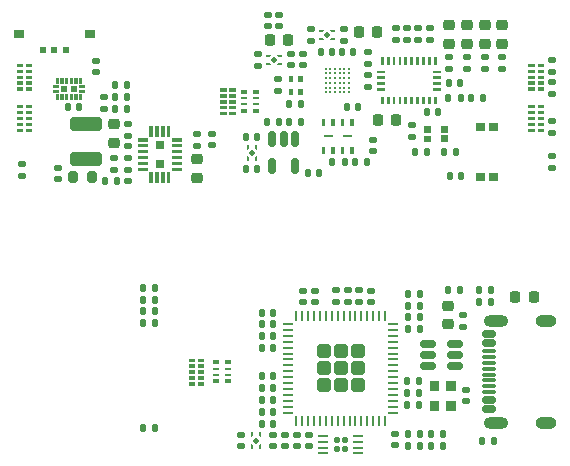
<source format=gbr>
%TF.GenerationSoftware,KiCad,Pcbnew,9.0.6*%
%TF.CreationDate,2025-12-28T23:39:18+01:00*%
%TF.ProjectId,Programmer_Sensor_Stencil,50726f67-7261-46d6-9d65-725f53656e73,rev?*%
%TF.SameCoordinates,Original*%
%TF.FileFunction,Paste,Top*%
%TF.FilePolarity,Positive*%
%FSLAX46Y46*%
G04 Gerber Fmt 4.6, Leading zero omitted, Abs format (unit mm)*
G04 Created by KiCad (PCBNEW 9.0.6) date 2025-12-28 23:39:18*
%MOMM*%
%LPD*%
G01*
G04 APERTURE LIST*
G04 Aperture macros list*
%AMRoundRect*
0 Rectangle with rounded corners*
0 $1 Rounding radius*
0 $2 $3 $4 $5 $6 $7 $8 $9 X,Y pos of 4 corners*
0 Add a 4 corners polygon primitive as box body*
4,1,4,$2,$3,$4,$5,$6,$7,$8,$9,$2,$3,0*
0 Add four circle primitives for the rounded corners*
1,1,$1+$1,$2,$3*
1,1,$1+$1,$4,$5*
1,1,$1+$1,$6,$7*
1,1,$1+$1,$8,$9*
0 Add four rect primitives between the rounded corners*
20,1,$1+$1,$2,$3,$4,$5,0*
20,1,$1+$1,$4,$5,$6,$7,0*
20,1,$1+$1,$6,$7,$8,$9,0*
20,1,$1+$1,$8,$9,$2,$3,0*%
%AMFreePoly0*
4,1,6,0.220000,-0.105000,-0.180000,-0.105000,-0.180000,-0.075000,0.000000,0.105000,0.220000,0.105000,0.220000,-0.105000,0.220000,-0.105000,$1*%
%AMFreePoly1*
4,1,6,0.220000,-0.105000,0.000000,-0.105000,-0.180000,0.075000,-0.180000,0.105000,0.220000,0.105000,0.220000,-0.105000,0.220000,-0.105000,$1*%
%AMFreePoly2*
4,1,6,0.180000,-0.075000,0.180000,-0.105000,-0.220000,-0.105000,-0.220000,0.105000,0.000000,0.105000,0.180000,-0.075000,0.180000,-0.075000,$1*%
%AMFreePoly3*
4,1,6,0.180000,0.075000,0.000000,-0.105000,-0.220000,-0.105000,-0.220000,0.105000,0.180000,0.105000,0.180000,0.075000,0.180000,0.075000,$1*%
G04 Aperture macros list end*
%ADD10C,0.010000*%
%ADD11RoundRect,0.135000X-0.185000X0.135000X-0.185000X-0.135000X0.185000X-0.135000X0.185000X0.135000X0*%
%ADD12RoundRect,0.200000X0.200000X0.275000X-0.200000X0.275000X-0.200000X-0.275000X0.200000X-0.275000X0*%
%ADD13RoundRect,0.140000X0.170000X-0.140000X0.170000X0.140000X-0.170000X0.140000X-0.170000X-0.140000X0*%
%ADD14RoundRect,0.218750X-0.256250X0.218750X-0.256250X-0.218750X0.256250X-0.218750X0.256250X0.218750X0*%
%ADD15RoundRect,0.147500X-0.172500X0.147500X-0.172500X-0.147500X0.172500X-0.147500X0.172500X0.147500X0*%
%ADD16RoundRect,0.140000X-0.140000X-0.170000X0.140000X-0.170000X0.140000X0.170000X-0.140000X0.170000X0*%
%ADD17RoundRect,0.135000X-0.135000X-0.185000X0.135000X-0.185000X0.135000X0.185000X-0.135000X0.185000X0*%
%ADD18RoundRect,0.135000X0.185000X-0.135000X0.185000X0.135000X-0.185000X0.135000X-0.185000X-0.135000X0*%
%ADD19RoundRect,0.225000X-0.225000X-0.250000X0.225000X-0.250000X0.225000X0.250000X-0.225000X0.250000X0*%
%ADD20RoundRect,0.225000X-0.250000X0.225000X-0.250000X-0.225000X0.250000X-0.225000X0.250000X0.225000X0*%
%ADD21RoundRect,0.135000X0.135000X0.185000X-0.135000X0.185000X-0.135000X-0.185000X0.135000X-0.185000X0*%
%ADD22RoundRect,0.112500X0.000000X0.159099X-0.159099X0.000000X0.000000X-0.159099X0.159099X0.000000X0*%
%ADD23FreePoly0,180.000000*%
%ADD24FreePoly1,180.000000*%
%ADD25FreePoly2,180.000000*%
%ADD26FreePoly3,180.000000*%
%ADD27C,0.270000*%
%ADD28O,0.100000X0.300000*%
%ADD29O,0.300000X0.100000*%
%ADD30RoundRect,0.140000X0.140000X0.170000X-0.140000X0.170000X-0.140000X-0.170000X0.140000X-0.170000X0*%
%ADD31RoundRect,0.147500X0.147500X0.172500X-0.147500X0.172500X-0.147500X-0.172500X0.147500X-0.172500X0*%
%ADD32RoundRect,0.150000X-0.150000X0.512500X-0.150000X-0.512500X0.150000X-0.512500X0.150000X0.512500X0*%
%ADD33RoundRect,0.147500X0.172500X-0.147500X0.172500X0.147500X-0.172500X0.147500X-0.172500X-0.147500X0*%
%ADD34RoundRect,0.225000X0.225000X0.250000X-0.225000X0.250000X-0.225000X-0.250000X0.225000X-0.250000X0*%
%ADD35RoundRect,0.112500X0.159099X0.000000X0.000000X0.159099X-0.159099X0.000000X0.000000X-0.159099X0*%
%ADD36FreePoly0,90.000000*%
%ADD37FreePoly1,90.000000*%
%ADD38FreePoly2,90.000000*%
%ADD39FreePoly3,90.000000*%
%ADD40RoundRect,0.250000X-1.100000X0.325000X-1.100000X-0.325000X1.100000X-0.325000X1.100000X0.325000X0*%
%ADD41RoundRect,0.140000X-0.170000X0.140000X-0.170000X-0.140000X0.170000X-0.140000X0.170000X0.140000X0*%
%ADD42RoundRect,0.218750X0.256250X-0.218750X0.256250X0.218750X-0.256250X0.218750X-0.256250X-0.218750X0*%
%ADD43R,0.900000X0.700000*%
%ADD44R,0.600000X0.510000*%
%ADD45RoundRect,0.147500X-0.147500X-0.172500X0.147500X-0.172500X0.147500X0.172500X-0.147500X0.172500X0*%
%ADD46R,0.550000X0.365000*%
%ADD47R,0.550000X0.250000*%
%ADD48RoundRect,0.250000X0.335000X0.335000X-0.335000X0.335000X-0.335000X-0.335000X0.335000X-0.335000X0*%
%ADD49RoundRect,0.062500X0.337500X0.062500X-0.337500X0.062500X-0.337500X-0.062500X0.337500X-0.062500X0*%
%ADD50RoundRect,0.062500X0.062500X0.337500X-0.062500X0.337500X-0.062500X-0.337500X0.062500X-0.337500X0*%
%ADD51FreePoly3,270.000000*%
%ADD52FreePoly2,270.000000*%
%ADD53FreePoly1,270.000000*%
%ADD54FreePoly0,270.000000*%
%ADD55RoundRect,0.112500X-0.159099X0.000000X0.000000X-0.159099X0.159099X0.000000X0.000000X0.159099X0*%
%ADD56RoundRect,0.130000X0.130000X0.150000X-0.130000X0.150000X-0.130000X-0.150000X0.130000X-0.150000X0*%
%ADD57RoundRect,0.062500X0.325000X0.062500X-0.325000X0.062500X-0.325000X-0.062500X0.325000X-0.062500X0*%
%ADD58RoundRect,0.150000X0.512500X0.150000X-0.512500X0.150000X-0.512500X-0.150000X0.512500X-0.150000X0*%
%ADD59RoundRect,0.218750X0.218750X0.256250X-0.218750X0.256250X-0.218750X-0.256250X0.218750X-0.256250X0*%
%ADD60RoundRect,0.225000X0.250000X-0.225000X0.250000X0.225000X-0.250000X0.225000X-0.250000X-0.225000X0*%
%ADD61RoundRect,0.150000X0.425000X-0.150000X0.425000X0.150000X-0.425000X0.150000X-0.425000X-0.150000X0*%
%ADD62RoundRect,0.075000X0.500000X-0.075000X0.500000X0.075000X-0.500000X0.075000X-0.500000X-0.075000X0*%
%ADD63O,2.100000X1.000000*%
%ADD64O,1.800000X1.000000*%
G04 APERTURE END LIST*
%TO.C,U502*%
D10*
X133518799Y-76619100D02*
X133968799Y-76619100D01*
X133968799Y-76819100D01*
X133518799Y-76819100D01*
X133518799Y-76619100D01*
G36*
X133518799Y-76619100D02*
G01*
X133968799Y-76619100D01*
X133968799Y-76819100D01*
X133518799Y-76819100D01*
X133518799Y-76619100D01*
G37*
X133518799Y-76119100D02*
X133968799Y-76119100D01*
X133968799Y-76319100D01*
X133518799Y-76319100D01*
X133518799Y-76119100D01*
G36*
X133518799Y-76119100D02*
G01*
X133968799Y-76119100D01*
X133968799Y-76319100D01*
X133518799Y-76319100D01*
X133518799Y-76119100D01*
G37*
X133518799Y-75619100D02*
X133968799Y-75619100D01*
X133968799Y-75819100D01*
X133518799Y-75819100D01*
X133518799Y-75619100D01*
G36*
X133518799Y-75619100D02*
G01*
X133968799Y-75619100D01*
X133968799Y-75819100D01*
X133518799Y-75819100D01*
X133518799Y-75619100D01*
G37*
X133518799Y-75119100D02*
X133968799Y-75119100D01*
X133968799Y-75319100D01*
X133518799Y-75319100D01*
X133518799Y-75119100D01*
G36*
X133518799Y-75119100D02*
G01*
X133968799Y-75119100D01*
X133968799Y-75319100D01*
X133518799Y-75319100D01*
X133518799Y-75119100D01*
G37*
X133518799Y-74619100D02*
X133968799Y-74619100D01*
X133968799Y-74819100D01*
X133518799Y-74819100D01*
X133518799Y-74619100D01*
G36*
X133518799Y-74619100D02*
G01*
X133968799Y-74619100D01*
X133968799Y-74819100D01*
X133518799Y-74819100D01*
X133518799Y-74619100D01*
G37*
X132743799Y-76619100D02*
X133193799Y-76619100D01*
X133193799Y-76819100D01*
X132743799Y-76819100D01*
X132743799Y-76619100D01*
G36*
X132743799Y-76619100D02*
G01*
X133193799Y-76619100D01*
X133193799Y-76819100D01*
X132743799Y-76819100D01*
X132743799Y-76619100D01*
G37*
X132743799Y-76119100D02*
X133193799Y-76119100D01*
X133193799Y-76319100D01*
X132743799Y-76319100D01*
X132743799Y-76119100D01*
G36*
X132743799Y-76119100D02*
G01*
X133193799Y-76119100D01*
X133193799Y-76319100D01*
X132743799Y-76319100D01*
X132743799Y-76119100D01*
G37*
X132743799Y-75619100D02*
X133193799Y-75619100D01*
X133193799Y-75819100D01*
X132743799Y-75819100D01*
X132743799Y-75619100D01*
G36*
X132743799Y-75619100D02*
G01*
X133193799Y-75619100D01*
X133193799Y-75819100D01*
X132743799Y-75819100D01*
X132743799Y-75619100D01*
G37*
X132743799Y-75119100D02*
X133193799Y-75119100D01*
X133193799Y-75319100D01*
X132743799Y-75319100D01*
X132743799Y-75119100D01*
G36*
X132743799Y-75119100D02*
G01*
X133193799Y-75119100D01*
X133193799Y-75319100D01*
X132743799Y-75319100D01*
X132743799Y-75119100D01*
G37*
X132743799Y-74619100D02*
X133193799Y-74619100D01*
X133193799Y-74819100D01*
X132743799Y-74819100D01*
X132743799Y-74619100D01*
G36*
X132743799Y-74619100D02*
G01*
X133193799Y-74619100D01*
X133193799Y-74819100D01*
X132743799Y-74819100D01*
X132743799Y-74619100D01*
G37*
%TO.C,U305*%
X161158799Y-81669100D02*
X160958799Y-81669100D01*
X160958799Y-82169100D01*
X161158799Y-82169100D01*
X161158799Y-81669100D01*
G36*
X161158799Y-81669100D02*
G01*
X160958799Y-81669100D01*
X160958799Y-82169100D01*
X161158799Y-82169100D01*
X161158799Y-81669100D01*
G37*
X161158799Y-79269100D02*
X160958799Y-79269100D01*
X160958799Y-79769100D01*
X161158799Y-79769100D01*
X161158799Y-79269100D01*
G36*
X161158799Y-79269100D02*
G01*
X160958799Y-79269100D01*
X160958799Y-79769100D01*
X161158799Y-79769100D01*
X161158799Y-79269100D01*
G37*
X161008799Y-80669100D02*
X160308799Y-80669100D01*
X160308799Y-80769100D01*
X161008799Y-80769100D01*
X161008799Y-80669100D01*
G36*
X161008799Y-80669100D02*
G01*
X160308799Y-80669100D01*
X160308799Y-80769100D01*
X161008799Y-80769100D01*
X161008799Y-80669100D01*
G37*
X160358799Y-81669100D02*
X160158799Y-81669100D01*
X160158799Y-82169100D01*
X160358799Y-82169100D01*
X160358799Y-81669100D01*
G36*
X160358799Y-81669100D02*
G01*
X160158799Y-81669100D01*
X160158799Y-82169100D01*
X160358799Y-82169100D01*
X160358799Y-81669100D01*
G37*
X160358799Y-79269100D02*
X160158799Y-79269100D01*
X160158799Y-79769100D01*
X160358799Y-79769100D01*
X160358799Y-79269100D01*
G36*
X160358799Y-79269100D02*
G01*
X160158799Y-79269100D01*
X160158799Y-79769100D01*
X160358799Y-79769100D01*
X160358799Y-79269100D01*
G37*
X159558799Y-81669100D02*
X159358799Y-81669100D01*
X159358799Y-82169100D01*
X159558799Y-82169100D01*
X159558799Y-81669100D01*
G36*
X159558799Y-81669100D02*
G01*
X159358799Y-81669100D01*
X159358799Y-82169100D01*
X159558799Y-82169100D01*
X159558799Y-81669100D01*
G37*
X159558799Y-79269100D02*
X159358799Y-79269100D01*
X159358799Y-79769100D01*
X159558799Y-79769100D01*
X159558799Y-79269100D01*
G36*
X159558799Y-79269100D02*
G01*
X159358799Y-79269100D01*
X159358799Y-79769100D01*
X159558799Y-79769100D01*
X159558799Y-79269100D01*
G37*
X159408799Y-80669100D02*
X158708799Y-80669100D01*
X158708799Y-80769100D01*
X159408799Y-80769100D01*
X159408799Y-80669100D01*
G36*
X159408799Y-80669100D02*
G01*
X158708799Y-80669100D01*
X158708799Y-80769100D01*
X159408799Y-80769100D01*
X159408799Y-80669100D01*
G37*
X158758799Y-81669100D02*
X158558799Y-81669100D01*
X158558799Y-82169100D01*
X158758799Y-82169100D01*
X158758799Y-81669100D01*
G36*
X158758799Y-81669100D02*
G01*
X158558799Y-81669100D01*
X158558799Y-82169100D01*
X158758799Y-82169100D01*
X158758799Y-81669100D01*
G37*
X158758799Y-79269100D02*
X158558799Y-79269100D01*
X158558799Y-79769100D01*
X158758799Y-79769100D01*
X158758799Y-79269100D01*
G36*
X158758799Y-79269100D02*
G01*
X158558799Y-79269100D01*
X158558799Y-79769100D01*
X158758799Y-79769100D01*
X158758799Y-79269100D01*
G37*
%TO.C,U302*%
X150733799Y-78706100D02*
X151183799Y-78706100D01*
X151183799Y-78906100D01*
X150733799Y-78906100D01*
X150733799Y-78706100D01*
G36*
X150733799Y-78706100D02*
G01*
X151183799Y-78706100D01*
X151183799Y-78906100D01*
X150733799Y-78906100D01*
X150733799Y-78706100D01*
G37*
X150733799Y-78206100D02*
X151183799Y-78206100D01*
X151183799Y-78406100D01*
X150733799Y-78406100D01*
X150733799Y-78206100D01*
G36*
X150733799Y-78206100D02*
G01*
X151183799Y-78206100D01*
X151183799Y-78406100D01*
X150733799Y-78406100D01*
X150733799Y-78206100D01*
G37*
X150733799Y-77706100D02*
X151183799Y-77706100D01*
X151183799Y-77906100D01*
X150733799Y-77906100D01*
X150733799Y-77706100D01*
G36*
X150733799Y-77706100D02*
G01*
X151183799Y-77706100D01*
X151183799Y-77906100D01*
X150733799Y-77906100D01*
X150733799Y-77706100D01*
G37*
X150733799Y-77206100D02*
X151183799Y-77206100D01*
X151183799Y-77406100D01*
X150733799Y-77406100D01*
X150733799Y-77206100D01*
G36*
X150733799Y-77206100D02*
G01*
X151183799Y-77206100D01*
X151183799Y-77406100D01*
X150733799Y-77406100D01*
X150733799Y-77206100D01*
G37*
X150733799Y-76706100D02*
X151183799Y-76706100D01*
X151183799Y-76906100D01*
X150733799Y-76906100D01*
X150733799Y-76706100D01*
G36*
X150733799Y-76706100D02*
G01*
X151183799Y-76706100D01*
X151183799Y-76906100D01*
X150733799Y-76906100D01*
X150733799Y-76706100D01*
G37*
X149958799Y-78706100D02*
X150408799Y-78706100D01*
X150408799Y-78906100D01*
X149958799Y-78906100D01*
X149958799Y-78706100D01*
G36*
X149958799Y-78706100D02*
G01*
X150408799Y-78706100D01*
X150408799Y-78906100D01*
X149958799Y-78906100D01*
X149958799Y-78706100D01*
G37*
X149958799Y-78206100D02*
X150408799Y-78206100D01*
X150408799Y-78406100D01*
X149958799Y-78406100D01*
X149958799Y-78206100D01*
G36*
X149958799Y-78206100D02*
G01*
X150408799Y-78206100D01*
X150408799Y-78406100D01*
X149958799Y-78406100D01*
X149958799Y-78206100D01*
G37*
X149958799Y-77706100D02*
X150408799Y-77706100D01*
X150408799Y-77906100D01*
X149958799Y-77906100D01*
X149958799Y-77706100D01*
G36*
X149958799Y-77706100D02*
G01*
X150408799Y-77706100D01*
X150408799Y-77906100D01*
X149958799Y-77906100D01*
X149958799Y-77706100D01*
G37*
X149958799Y-77206100D02*
X150408799Y-77206100D01*
X150408799Y-77406100D01*
X149958799Y-77406100D01*
X149958799Y-77206100D01*
G36*
X149958799Y-77206100D02*
G01*
X150408799Y-77206100D01*
X150408799Y-77406100D01*
X149958799Y-77406100D01*
X149958799Y-77206100D01*
G37*
X149958799Y-76706100D02*
X150408799Y-76706100D01*
X150408799Y-76906100D01*
X149958799Y-76906100D01*
X149958799Y-76706100D01*
G36*
X149958799Y-76706100D02*
G01*
X150408799Y-76706100D01*
X150408799Y-76906100D01*
X149958799Y-76906100D01*
X149958799Y-76706100D01*
G37*
%TO.C,Y301*%
X156538799Y-76779100D02*
X156838799Y-76779100D01*
X156838799Y-77179100D01*
X156538799Y-77179100D01*
X156538799Y-76779100D01*
G36*
X156538799Y-76779100D02*
G01*
X156838799Y-76779100D01*
X156838799Y-77179100D01*
X156538799Y-77179100D01*
X156538799Y-76779100D01*
G37*
X156538799Y-75679100D02*
X156838799Y-75679100D01*
X156838799Y-76079100D01*
X156538799Y-76079100D01*
X156538799Y-75679100D01*
G36*
X156538799Y-75679100D02*
G01*
X156838799Y-75679100D01*
X156838799Y-76079100D01*
X156538799Y-76079100D01*
X156538799Y-75679100D01*
G37*
X155738799Y-76779100D02*
X156038799Y-76779100D01*
X156038799Y-77179100D01*
X155738799Y-77179100D01*
X155738799Y-76779100D01*
G36*
X155738799Y-76779100D02*
G01*
X156038799Y-76779100D01*
X156038799Y-77179100D01*
X155738799Y-77179100D01*
X155738799Y-76779100D01*
G37*
X155738799Y-75679100D02*
X156038799Y-75679100D01*
X156038799Y-76079100D01*
X155738799Y-76079100D01*
X155738799Y-75679100D01*
G36*
X155738799Y-75679100D02*
G01*
X156038799Y-75679100D01*
X156038799Y-76079100D01*
X155738799Y-76079100D01*
X155738799Y-75679100D01*
G37*
%TO.C,U101*%
X146658799Y-83619100D02*
X145858799Y-83619100D01*
X145858799Y-83419100D01*
X146658799Y-83419100D01*
X146658799Y-83619100D01*
G36*
X146658799Y-83619100D02*
G01*
X145858799Y-83619100D01*
X145858799Y-83419100D01*
X146658799Y-83419100D01*
X146658799Y-83619100D01*
G37*
X146658799Y-83119100D02*
X145858799Y-83119100D01*
X145858799Y-82919100D01*
X146658799Y-82919100D01*
X146658799Y-83119100D01*
G36*
X146658799Y-83119100D02*
G01*
X145858799Y-83119100D01*
X145858799Y-82919100D01*
X146658799Y-82919100D01*
X146658799Y-83119100D01*
G37*
X146658799Y-82619100D02*
X145858799Y-82619100D01*
X145858799Y-82419100D01*
X146658799Y-82419100D01*
X146658799Y-82619100D01*
G36*
X146658799Y-82619100D02*
G01*
X145858799Y-82619100D01*
X145858799Y-82419100D01*
X146658799Y-82419100D01*
X146658799Y-82619100D01*
G37*
X146658799Y-82119100D02*
X145858799Y-82119100D01*
X145858799Y-81919100D01*
X146658799Y-81919100D01*
X146658799Y-82119100D01*
G36*
X146658799Y-82119100D02*
G01*
X145858799Y-82119100D01*
X145858799Y-81919100D01*
X146658799Y-81919100D01*
X146658799Y-82119100D01*
G37*
X146658799Y-81619100D02*
X145858799Y-81619100D01*
X145858799Y-81419100D01*
X146658799Y-81419100D01*
X146658799Y-81619100D01*
G36*
X146658799Y-81619100D02*
G01*
X145858799Y-81619100D01*
X145858799Y-81419100D01*
X146658799Y-81419100D01*
X146658799Y-81619100D01*
G37*
X146658799Y-81119100D02*
X145858799Y-81119100D01*
X145858799Y-80919100D01*
X146658799Y-80919100D01*
X146658799Y-81119100D01*
G36*
X146658799Y-81119100D02*
G01*
X145858799Y-81119100D01*
X145858799Y-80919100D01*
X146658799Y-80919100D01*
X146658799Y-81119100D01*
G37*
X145658799Y-84619100D02*
X145458799Y-84619100D01*
X145458799Y-83819100D01*
X145658799Y-83819100D01*
X145658799Y-84619100D01*
G36*
X145658799Y-84619100D02*
G01*
X145458799Y-84619100D01*
X145458799Y-83819100D01*
X145658799Y-83819100D01*
X145658799Y-84619100D01*
G37*
X145658799Y-80719100D02*
X145458799Y-80719100D01*
X145458799Y-79919100D01*
X145658799Y-79919100D01*
X145658799Y-80719100D01*
G36*
X145658799Y-80719100D02*
G01*
X145458799Y-80719100D01*
X145458799Y-79919100D01*
X145658799Y-79919100D01*
X145658799Y-80719100D01*
G37*
X145158799Y-84619100D02*
X144958799Y-84619100D01*
X144958799Y-83819100D01*
X145158799Y-83819100D01*
X145158799Y-84619100D01*
G36*
X145158799Y-84619100D02*
G01*
X144958799Y-84619100D01*
X144958799Y-83819100D01*
X145158799Y-83819100D01*
X145158799Y-84619100D01*
G37*
X145158799Y-80719100D02*
X144958799Y-80719100D01*
X144958799Y-79919100D01*
X145158799Y-79919100D01*
X145158799Y-80719100D01*
G36*
X145158799Y-80719100D02*
G01*
X144958799Y-80719100D01*
X144958799Y-79919100D01*
X145158799Y-79919100D01*
X145158799Y-80719100D01*
G37*
X145108799Y-83369100D02*
X144508799Y-83369100D01*
X144508799Y-82769100D01*
X145108799Y-82769100D01*
X145108799Y-83369100D01*
G36*
X145108799Y-83369100D02*
G01*
X144508799Y-83369100D01*
X144508799Y-82769100D01*
X145108799Y-82769100D01*
X145108799Y-83369100D01*
G37*
X145108799Y-81769100D02*
X144508799Y-81769100D01*
X144508799Y-81169100D01*
X145108799Y-81169100D01*
X145108799Y-81769100D01*
G36*
X145108799Y-81769100D02*
G01*
X144508799Y-81769100D01*
X144508799Y-81169100D01*
X145108799Y-81169100D01*
X145108799Y-81769100D01*
G37*
X144658799Y-84619100D02*
X144458799Y-84619100D01*
X144458799Y-83819100D01*
X144658799Y-83819100D01*
X144658799Y-84619100D01*
G36*
X144658799Y-84619100D02*
G01*
X144458799Y-84619100D01*
X144458799Y-83819100D01*
X144658799Y-83819100D01*
X144658799Y-84619100D01*
G37*
X144658799Y-80719100D02*
X144458799Y-80719100D01*
X144458799Y-79919100D01*
X144658799Y-79919100D01*
X144658799Y-80719100D01*
G36*
X144658799Y-80719100D02*
G01*
X144458799Y-80719100D01*
X144458799Y-79919100D01*
X144658799Y-79919100D01*
X144658799Y-80719100D01*
G37*
X144158799Y-84619100D02*
X143958799Y-84619100D01*
X143958799Y-83819100D01*
X144158799Y-83819100D01*
X144158799Y-84619100D01*
G36*
X144158799Y-84619100D02*
G01*
X143958799Y-84619100D01*
X143958799Y-83819100D01*
X144158799Y-83819100D01*
X144158799Y-84619100D01*
G37*
X144158799Y-80719100D02*
X143958799Y-80719100D01*
X143958799Y-79919100D01*
X144158799Y-79919100D01*
X144158799Y-80719100D01*
G36*
X144158799Y-80719100D02*
G01*
X143958799Y-80719100D01*
X143958799Y-79919100D01*
X144158799Y-79919100D01*
X144158799Y-80719100D01*
G37*
X143758799Y-83619100D02*
X142958799Y-83619100D01*
X142958799Y-83419100D01*
X143758799Y-83419100D01*
X143758799Y-83619100D01*
G36*
X143758799Y-83619100D02*
G01*
X142958799Y-83619100D01*
X142958799Y-83419100D01*
X143758799Y-83419100D01*
X143758799Y-83619100D01*
G37*
X143758799Y-83119100D02*
X142958799Y-83119100D01*
X142958799Y-82919100D01*
X143758799Y-82919100D01*
X143758799Y-83119100D01*
G36*
X143758799Y-83119100D02*
G01*
X142958799Y-83119100D01*
X142958799Y-82919100D01*
X143758799Y-82919100D01*
X143758799Y-83119100D01*
G37*
X143758799Y-82619100D02*
X142958799Y-82619100D01*
X142958799Y-82419100D01*
X143758799Y-82419100D01*
X143758799Y-82619100D01*
G36*
X143758799Y-82619100D02*
G01*
X142958799Y-82619100D01*
X142958799Y-82419100D01*
X143758799Y-82419100D01*
X143758799Y-82619100D01*
G37*
X143758799Y-82119100D02*
X142958799Y-82119100D01*
X142958799Y-81919100D01*
X143758799Y-81919100D01*
X143758799Y-82119100D01*
G36*
X143758799Y-82119100D02*
G01*
X142958799Y-82119100D01*
X142958799Y-81919100D01*
X143758799Y-81919100D01*
X143758799Y-82119100D01*
G37*
X143758799Y-81619100D02*
X142958799Y-81619100D01*
X142958799Y-81419100D01*
X143758799Y-81419100D01*
X143758799Y-81619100D01*
G36*
X143758799Y-81619100D02*
G01*
X142958799Y-81619100D01*
X142958799Y-81419100D01*
X143758799Y-81419100D01*
X143758799Y-81619100D01*
G37*
X143758799Y-81119100D02*
X142958799Y-81119100D01*
X142958799Y-80919100D01*
X143758799Y-80919100D01*
X143758799Y-81119100D01*
G36*
X143758799Y-81119100D02*
G01*
X142958799Y-81119100D01*
X142958799Y-80919100D01*
X143758799Y-80919100D01*
X143758799Y-81119100D01*
G37*
%TO.C,U501*%
X133518799Y-80119100D02*
X133968799Y-80119100D01*
X133968799Y-80319100D01*
X133518799Y-80319100D01*
X133518799Y-80119100D01*
G36*
X133518799Y-80119100D02*
G01*
X133968799Y-80119100D01*
X133968799Y-80319100D01*
X133518799Y-80319100D01*
X133518799Y-80119100D01*
G37*
X133518799Y-79619100D02*
X133968799Y-79619100D01*
X133968799Y-79819100D01*
X133518799Y-79819100D01*
X133518799Y-79619100D01*
G36*
X133518799Y-79619100D02*
G01*
X133968799Y-79619100D01*
X133968799Y-79819100D01*
X133518799Y-79819100D01*
X133518799Y-79619100D01*
G37*
X133518799Y-79119100D02*
X133968799Y-79119100D01*
X133968799Y-79319100D01*
X133518799Y-79319100D01*
X133518799Y-79119100D01*
G36*
X133518799Y-79119100D02*
G01*
X133968799Y-79119100D01*
X133968799Y-79319100D01*
X133518799Y-79319100D01*
X133518799Y-79119100D01*
G37*
X133518799Y-78619100D02*
X133968799Y-78619100D01*
X133968799Y-78819100D01*
X133518799Y-78819100D01*
X133518799Y-78619100D01*
G36*
X133518799Y-78619100D02*
G01*
X133968799Y-78619100D01*
X133968799Y-78819100D01*
X133518799Y-78819100D01*
X133518799Y-78619100D01*
G37*
X133518799Y-78119100D02*
X133968799Y-78119100D01*
X133968799Y-78319100D01*
X133518799Y-78319100D01*
X133518799Y-78119100D01*
G36*
X133518799Y-78119100D02*
G01*
X133968799Y-78119100D01*
X133968799Y-78319100D01*
X133518799Y-78319100D01*
X133518799Y-78119100D01*
G37*
X132743799Y-80119100D02*
X133193799Y-80119100D01*
X133193799Y-80319100D01*
X132743799Y-80319100D01*
X132743799Y-80119100D01*
G36*
X132743799Y-80119100D02*
G01*
X133193799Y-80119100D01*
X133193799Y-80319100D01*
X132743799Y-80319100D01*
X132743799Y-80119100D01*
G37*
X132743799Y-79619100D02*
X133193799Y-79619100D01*
X133193799Y-79819100D01*
X132743799Y-79819100D01*
X132743799Y-79619100D01*
G36*
X132743799Y-79619100D02*
G01*
X133193799Y-79619100D01*
X133193799Y-79819100D01*
X132743799Y-79819100D01*
X132743799Y-79619100D01*
G37*
X132743799Y-79119100D02*
X133193799Y-79119100D01*
X133193799Y-79319100D01*
X132743799Y-79319100D01*
X132743799Y-79119100D01*
G36*
X132743799Y-79119100D02*
G01*
X133193799Y-79119100D01*
X133193799Y-79319100D01*
X132743799Y-79319100D01*
X132743799Y-79119100D01*
G37*
X132743799Y-78619100D02*
X133193799Y-78619100D01*
X133193799Y-78819100D01*
X132743799Y-78819100D01*
X132743799Y-78619100D01*
G36*
X132743799Y-78619100D02*
G01*
X133193799Y-78619100D01*
X133193799Y-78819100D01*
X132743799Y-78819100D01*
X132743799Y-78619100D01*
G37*
X132743799Y-78119100D02*
X133193799Y-78119100D01*
X133193799Y-78319100D01*
X132743799Y-78319100D01*
X132743799Y-78119100D01*
G36*
X132743799Y-78119100D02*
G01*
X133193799Y-78119100D01*
X133193799Y-78319100D01*
X132743799Y-78319100D01*
X132743799Y-78119100D01*
G37*
%TO.C,U504*%
X177275900Y-80319100D02*
X176825900Y-80319100D01*
X176825900Y-80119100D01*
X177275900Y-80119100D01*
X177275900Y-80319100D01*
G36*
X177275900Y-80319100D02*
G01*
X176825900Y-80319100D01*
X176825900Y-80119100D01*
X177275900Y-80119100D01*
X177275900Y-80319100D01*
G37*
X177275900Y-79819100D02*
X176825900Y-79819100D01*
X176825900Y-79619100D01*
X177275900Y-79619100D01*
X177275900Y-79819100D01*
G36*
X177275900Y-79819100D02*
G01*
X176825900Y-79819100D01*
X176825900Y-79619100D01*
X177275900Y-79619100D01*
X177275900Y-79819100D01*
G37*
X177275900Y-79319100D02*
X176825900Y-79319100D01*
X176825900Y-79119100D01*
X177275900Y-79119100D01*
X177275900Y-79319100D01*
G36*
X177275900Y-79319100D02*
G01*
X176825900Y-79319100D01*
X176825900Y-79119100D01*
X177275900Y-79119100D01*
X177275900Y-79319100D01*
G37*
X177275900Y-78819100D02*
X176825900Y-78819100D01*
X176825900Y-78619100D01*
X177275900Y-78619100D01*
X177275900Y-78819100D01*
G36*
X177275900Y-78819100D02*
G01*
X176825900Y-78819100D01*
X176825900Y-78619100D01*
X177275900Y-78619100D01*
X177275900Y-78819100D01*
G37*
X177275900Y-78319100D02*
X176825900Y-78319100D01*
X176825900Y-78119100D01*
X177275900Y-78119100D01*
X177275900Y-78319100D01*
G36*
X177275900Y-78319100D02*
G01*
X176825900Y-78319100D01*
X176825900Y-78119100D01*
X177275900Y-78119100D01*
X177275900Y-78319100D01*
G37*
X176500900Y-80319100D02*
X176050900Y-80319100D01*
X176050900Y-80119100D01*
X176500900Y-80119100D01*
X176500900Y-80319100D01*
G36*
X176500900Y-80319100D02*
G01*
X176050900Y-80319100D01*
X176050900Y-80119100D01*
X176500900Y-80119100D01*
X176500900Y-80319100D01*
G37*
X176500900Y-79819100D02*
X176050900Y-79819100D01*
X176050900Y-79619100D01*
X176500900Y-79619100D01*
X176500900Y-79819100D01*
G36*
X176500900Y-79819100D02*
G01*
X176050900Y-79819100D01*
X176050900Y-79619100D01*
X176500900Y-79619100D01*
X176500900Y-79819100D01*
G37*
X176500900Y-79319100D02*
X176050900Y-79319100D01*
X176050900Y-79119100D01*
X176500900Y-79119100D01*
X176500900Y-79319100D01*
G36*
X176500900Y-79319100D02*
G01*
X176050900Y-79319100D01*
X176050900Y-79119100D01*
X176500900Y-79119100D01*
X176500900Y-79319100D01*
G37*
X176500900Y-78819100D02*
X176050900Y-78819100D01*
X176050900Y-78619100D01*
X176500900Y-78619100D01*
X176500900Y-78819100D01*
G36*
X176500900Y-78819100D02*
G01*
X176050900Y-78819100D01*
X176050900Y-78619100D01*
X176500900Y-78619100D01*
X176500900Y-78819100D01*
G37*
X176500900Y-78319100D02*
X176050900Y-78319100D01*
X176050900Y-78119100D01*
X176500900Y-78119100D01*
X176500900Y-78319100D01*
G36*
X176500900Y-78319100D02*
G01*
X176050900Y-78319100D01*
X176050900Y-78119100D01*
X176500900Y-78119100D01*
X176500900Y-78319100D01*
G37*
%TO.C,SW301*%
X172748799Y-84429100D02*
X173348799Y-84429100D01*
X173348799Y-83829100D01*
X172748799Y-83829100D01*
X172748799Y-84429100D01*
G36*
X172748799Y-84429100D02*
G01*
X173348799Y-84429100D01*
X173348799Y-83829100D01*
X172748799Y-83829100D01*
X172748799Y-84429100D01*
G37*
X172748799Y-80229100D02*
X173348799Y-80229100D01*
X173348799Y-79629100D01*
X172748799Y-79629100D01*
X172748799Y-80229100D01*
G36*
X172748799Y-80229100D02*
G01*
X173348799Y-80229100D01*
X173348799Y-79629100D01*
X172748799Y-79629100D01*
X172748799Y-80229100D01*
G37*
X171648799Y-84429100D02*
X172248799Y-84429100D01*
X172248799Y-83829100D01*
X171648799Y-83829100D01*
X171648799Y-84429100D01*
G36*
X171648799Y-84429100D02*
G01*
X172248799Y-84429100D01*
X172248799Y-83829100D01*
X171648799Y-83829100D01*
X171648799Y-84429100D01*
G37*
X171648799Y-80229100D02*
X172248799Y-80229100D01*
X172248799Y-79629100D01*
X171648799Y-79629100D01*
X171648799Y-80229100D01*
G36*
X171648799Y-80229100D02*
G01*
X172248799Y-80229100D01*
X172248799Y-79629100D01*
X171648799Y-79629100D01*
X171648799Y-80229100D01*
G37*
%TO.C,Y401*%
X168678799Y-80669100D02*
X169178799Y-80669100D01*
X169178799Y-81169100D01*
X168678799Y-81169100D01*
X168678799Y-80669100D01*
G36*
X168678799Y-80669100D02*
G01*
X169178799Y-80669100D01*
X169178799Y-81169100D01*
X168678799Y-81169100D01*
X168678799Y-80669100D01*
G37*
X168678799Y-79894100D02*
X169178799Y-79894100D01*
X169178799Y-80394100D01*
X168678799Y-80394100D01*
X168678799Y-79894100D01*
G36*
X168678799Y-79894100D02*
G01*
X169178799Y-79894100D01*
X169178799Y-80394100D01*
X168678799Y-80394100D01*
X168678799Y-79894100D01*
G37*
X167178799Y-80694100D02*
X167678799Y-80694100D01*
X167678799Y-81194100D01*
X167178799Y-81194100D01*
X167178799Y-80694100D01*
G36*
X167178799Y-80694100D02*
G01*
X167678799Y-80694100D01*
X167678799Y-81194100D01*
X167178799Y-81194100D01*
X167178799Y-80694100D01*
G37*
X167178799Y-79919100D02*
X167678799Y-79919100D01*
X167678799Y-80419100D01*
X167178799Y-80419100D01*
X167178799Y-79919100D01*
G36*
X167178799Y-79919100D02*
G01*
X167678799Y-79919100D01*
X167678799Y-80419100D01*
X167178799Y-80419100D01*
X167178799Y-79919100D01*
G37*
%TO.C,U505*%
X138008799Y-77619100D02*
X138208799Y-77619100D01*
X138208799Y-77219100D01*
X138008799Y-77219100D01*
X138008799Y-77619100D01*
G36*
X138008799Y-77619100D02*
G01*
X138208799Y-77619100D01*
X138208799Y-77219100D01*
X138008799Y-77219100D01*
X138008799Y-77619100D01*
G37*
X138008799Y-77019100D02*
X138408799Y-77019100D01*
X138408799Y-76819100D01*
X138008799Y-76819100D01*
X138008799Y-77019100D01*
G36*
X138008799Y-77019100D02*
G01*
X138408799Y-77019100D01*
X138408799Y-76819100D01*
X138008799Y-76819100D01*
X138008799Y-77019100D01*
G37*
X138008799Y-76619100D02*
X138408799Y-76619100D01*
X138408799Y-76419100D01*
X138008799Y-76419100D01*
X138008799Y-76619100D01*
G36*
X138008799Y-76619100D02*
G01*
X138408799Y-76619100D01*
X138408799Y-76419100D01*
X138008799Y-76419100D01*
X138008799Y-76619100D01*
G37*
X138008799Y-76219100D02*
X138208799Y-76219100D01*
X138208799Y-75819100D01*
X138008799Y-75819100D01*
X138008799Y-76219100D01*
G36*
X138008799Y-76219100D02*
G01*
X138208799Y-76219100D01*
X138208799Y-75819100D01*
X138008799Y-75819100D01*
X138008799Y-76219100D01*
G37*
X137608799Y-77619100D02*
X137808799Y-77619100D01*
X137808799Y-77219100D01*
X137608799Y-77219100D01*
X137608799Y-77619100D01*
G36*
X137608799Y-77619100D02*
G01*
X137808799Y-77619100D01*
X137808799Y-77219100D01*
X137608799Y-77219100D01*
X137608799Y-77619100D01*
G37*
X137608799Y-76219100D02*
X137808799Y-76219100D01*
X137808799Y-75819100D01*
X137608799Y-75819100D01*
X137608799Y-76219100D01*
G36*
X137608799Y-76219100D02*
G01*
X137808799Y-76219100D01*
X137808799Y-75819100D01*
X137608799Y-75819100D01*
X137608799Y-76219100D01*
G37*
X137308799Y-76919100D02*
X137708799Y-76919100D01*
X137708799Y-76519100D01*
X137308799Y-76519100D01*
X137308799Y-76919100D01*
G36*
X137308799Y-76919100D02*
G01*
X137708799Y-76919100D01*
X137708799Y-76519100D01*
X137308799Y-76519100D01*
X137308799Y-76919100D01*
G37*
X137208799Y-77619100D02*
X137408799Y-77619100D01*
X137408799Y-77219100D01*
X137208799Y-77219100D01*
X137208799Y-77619100D01*
G36*
X137208799Y-77619100D02*
G01*
X137408799Y-77619100D01*
X137408799Y-77219100D01*
X137208799Y-77219100D01*
X137208799Y-77619100D01*
G37*
X137208799Y-76219100D02*
X137408799Y-76219100D01*
X137408799Y-75819100D01*
X137208799Y-75819100D01*
X137208799Y-76219100D01*
G36*
X137208799Y-76219100D02*
G01*
X137408799Y-76219100D01*
X137408799Y-75819100D01*
X137208799Y-75819100D01*
X137208799Y-76219100D01*
G37*
X136808799Y-77619100D02*
X137008799Y-77619100D01*
X137008799Y-77219100D01*
X136808799Y-77219100D01*
X136808799Y-77619100D01*
G36*
X136808799Y-77619100D02*
G01*
X137008799Y-77619100D01*
X137008799Y-77219100D01*
X136808799Y-77219100D01*
X136808799Y-77619100D01*
G37*
X136808799Y-76219100D02*
X137008799Y-76219100D01*
X137008799Y-75819100D01*
X136808799Y-75819100D01*
X136808799Y-76219100D01*
G36*
X136808799Y-76219100D02*
G01*
X137008799Y-76219100D01*
X137008799Y-75819100D01*
X136808799Y-75819100D01*
X136808799Y-76219100D01*
G37*
X136508799Y-76919100D02*
X136908799Y-76919100D01*
X136908799Y-76519100D01*
X136508799Y-76519100D01*
X136508799Y-76919100D01*
G36*
X136508799Y-76919100D02*
G01*
X136908799Y-76919100D01*
X136908799Y-76519100D01*
X136508799Y-76519100D01*
X136508799Y-76919100D01*
G37*
X136408799Y-77619100D02*
X136608799Y-77619100D01*
X136608799Y-77219100D01*
X136408799Y-77219100D01*
X136408799Y-77619100D01*
G36*
X136408799Y-77619100D02*
G01*
X136608799Y-77619100D01*
X136608799Y-77219100D01*
X136408799Y-77219100D01*
X136408799Y-77619100D01*
G37*
X136408799Y-76219100D02*
X136608799Y-76219100D01*
X136608799Y-75819100D01*
X136408799Y-75819100D01*
X136408799Y-76219100D01*
G36*
X136408799Y-76219100D02*
G01*
X136608799Y-76219100D01*
X136608799Y-75819100D01*
X136408799Y-75819100D01*
X136408799Y-76219100D01*
G37*
X136008799Y-77619100D02*
X136208799Y-77619100D01*
X136208799Y-77219100D01*
X136008799Y-77219100D01*
X136008799Y-77619100D01*
G36*
X136008799Y-77619100D02*
G01*
X136208799Y-77619100D01*
X136208799Y-77219100D01*
X136008799Y-77219100D01*
X136008799Y-77619100D01*
G37*
X136008799Y-76219100D02*
X136208799Y-76219100D01*
X136208799Y-75819100D01*
X136008799Y-75819100D01*
X136008799Y-76219100D01*
G36*
X136008799Y-76219100D02*
G01*
X136208799Y-76219100D01*
X136208799Y-75819100D01*
X136008799Y-75819100D01*
X136008799Y-76219100D01*
G37*
X135808799Y-77019100D02*
X136208799Y-77019100D01*
X136208799Y-76819100D01*
X135808799Y-76819100D01*
X135808799Y-77019100D01*
G36*
X135808799Y-77019100D02*
G01*
X136208799Y-77019100D01*
X136208799Y-76819100D01*
X135808799Y-76819100D01*
X135808799Y-77019100D01*
G37*
X135808799Y-76619100D02*
X136208799Y-76619100D01*
X136208799Y-76419100D01*
X135808799Y-76419100D01*
X135808799Y-76619100D01*
G36*
X135808799Y-76619100D02*
G01*
X136208799Y-76619100D01*
X136208799Y-76419100D01*
X135808799Y-76419100D01*
X135808799Y-76619100D01*
G37*
%TO.C,U401*%
X168558799Y-76849100D02*
X167983799Y-76849100D01*
X167983799Y-76699100D01*
X168558799Y-76699100D01*
X168558799Y-76849100D01*
G36*
X168558799Y-76849100D02*
G01*
X167983799Y-76849100D01*
X167983799Y-76699100D01*
X168558799Y-76699100D01*
X168558799Y-76849100D01*
G37*
X168558799Y-76344100D02*
X167983799Y-76344100D01*
X167983799Y-76194100D01*
X168558799Y-76194100D01*
X168558799Y-76344100D01*
G36*
X168558799Y-76344100D02*
G01*
X167983799Y-76344100D01*
X167983799Y-76194100D01*
X168558799Y-76194100D01*
X168558799Y-76344100D01*
G37*
X168558799Y-75844100D02*
X167983799Y-75844100D01*
X167983799Y-75694100D01*
X168558799Y-75694100D01*
X168558799Y-75844100D01*
G36*
X168558799Y-75844100D02*
G01*
X167983799Y-75844100D01*
X167983799Y-75694100D01*
X168558799Y-75694100D01*
X168558799Y-75844100D01*
G37*
X168558799Y-75344100D02*
X167983799Y-75344100D01*
X167983799Y-75194100D01*
X168558799Y-75194100D01*
X168558799Y-75344100D01*
G36*
X168558799Y-75344100D02*
G01*
X167983799Y-75344100D01*
X167983799Y-75194100D01*
X168558799Y-75194100D01*
X168558799Y-75344100D01*
G37*
X168203799Y-77969100D02*
X168053799Y-77969100D01*
X168053799Y-77394100D01*
X168203799Y-77394100D01*
X168203799Y-77969100D01*
G36*
X168203799Y-77969100D02*
G01*
X168053799Y-77969100D01*
X168053799Y-77394100D01*
X168203799Y-77394100D01*
X168203799Y-77969100D01*
G37*
X168203799Y-74644100D02*
X168053799Y-74644100D01*
X168053799Y-74069100D01*
X168203799Y-74069100D01*
X168203799Y-74644100D01*
G36*
X168203799Y-74644100D02*
G01*
X168053799Y-74644100D01*
X168053799Y-74069100D01*
X168203799Y-74069100D01*
X168203799Y-74644100D01*
G37*
X167703799Y-77969100D02*
X167553799Y-77969100D01*
X167553799Y-77394100D01*
X167703799Y-77394100D01*
X167703799Y-77969100D01*
G36*
X167703799Y-77969100D02*
G01*
X167553799Y-77969100D01*
X167553799Y-77394100D01*
X167703799Y-77394100D01*
X167703799Y-77969100D01*
G37*
X167703799Y-74644100D02*
X167553799Y-74644100D01*
X167553799Y-74069100D01*
X167703799Y-74069100D01*
X167703799Y-74644100D01*
G36*
X167703799Y-74644100D02*
G01*
X167553799Y-74644100D01*
X167553799Y-74069100D01*
X167703799Y-74069100D01*
X167703799Y-74644100D01*
G37*
X167203799Y-77969100D02*
X167053799Y-77969100D01*
X167053799Y-77394100D01*
X167203799Y-77394100D01*
X167203799Y-77969100D01*
G36*
X167203799Y-77969100D02*
G01*
X167053799Y-77969100D01*
X167053799Y-77394100D01*
X167203799Y-77394100D01*
X167203799Y-77969100D01*
G37*
X167203799Y-74644100D02*
X167053799Y-74644100D01*
X167053799Y-74069100D01*
X167203799Y-74069100D01*
X167203799Y-74644100D01*
G36*
X167203799Y-74644100D02*
G01*
X167053799Y-74644100D01*
X167053799Y-74069100D01*
X167203799Y-74069100D01*
X167203799Y-74644100D01*
G37*
X166703799Y-77969100D02*
X166553799Y-77969100D01*
X166553799Y-77394100D01*
X166703799Y-77394100D01*
X166703799Y-77969100D01*
G36*
X166703799Y-77969100D02*
G01*
X166553799Y-77969100D01*
X166553799Y-77394100D01*
X166703799Y-77394100D01*
X166703799Y-77969100D01*
G37*
X166703799Y-74644100D02*
X166553799Y-74644100D01*
X166553799Y-74069100D01*
X166703799Y-74069100D01*
X166703799Y-74644100D01*
G36*
X166703799Y-74644100D02*
G01*
X166553799Y-74644100D01*
X166553799Y-74069100D01*
X166703799Y-74069100D01*
X166703799Y-74644100D01*
G37*
X166203799Y-77969100D02*
X166053799Y-77969100D01*
X166053799Y-77394100D01*
X166203799Y-77394100D01*
X166203799Y-77969100D01*
G36*
X166203799Y-77969100D02*
G01*
X166053799Y-77969100D01*
X166053799Y-77394100D01*
X166203799Y-77394100D01*
X166203799Y-77969100D01*
G37*
X166203799Y-74644100D02*
X166053799Y-74644100D01*
X166053799Y-74069100D01*
X166203799Y-74069100D01*
X166203799Y-74644100D01*
G36*
X166203799Y-74644100D02*
G01*
X166053799Y-74644100D01*
X166053799Y-74069100D01*
X166203799Y-74069100D01*
X166203799Y-74644100D01*
G37*
X165703799Y-77969100D02*
X165553799Y-77969100D01*
X165553799Y-77394100D01*
X165703799Y-77394100D01*
X165703799Y-77969100D01*
G36*
X165703799Y-77969100D02*
G01*
X165553799Y-77969100D01*
X165553799Y-77394100D01*
X165703799Y-77394100D01*
X165703799Y-77969100D01*
G37*
X165703799Y-74644100D02*
X165553799Y-74644100D01*
X165553799Y-74069100D01*
X165703799Y-74069100D01*
X165703799Y-74644100D01*
G36*
X165703799Y-74644100D02*
G01*
X165553799Y-74644100D01*
X165553799Y-74069100D01*
X165703799Y-74069100D01*
X165703799Y-74644100D01*
G37*
X165203799Y-77969100D02*
X165053799Y-77969100D01*
X165053799Y-77394100D01*
X165203799Y-77394100D01*
X165203799Y-77969100D01*
G36*
X165203799Y-77969100D02*
G01*
X165053799Y-77969100D01*
X165053799Y-77394100D01*
X165203799Y-77394100D01*
X165203799Y-77969100D01*
G37*
X165203799Y-74644100D02*
X165053799Y-74644100D01*
X165053799Y-74069100D01*
X165203799Y-74069100D01*
X165203799Y-74644100D01*
G36*
X165203799Y-74644100D02*
G01*
X165053799Y-74644100D01*
X165053799Y-74069100D01*
X165203799Y-74069100D01*
X165203799Y-74644100D01*
G37*
X164703799Y-77969100D02*
X164553799Y-77969100D01*
X164553799Y-77394100D01*
X164703799Y-77394100D01*
X164703799Y-77969100D01*
G36*
X164703799Y-77969100D02*
G01*
X164553799Y-77969100D01*
X164553799Y-77394100D01*
X164703799Y-77394100D01*
X164703799Y-77969100D01*
G37*
X164703799Y-74644100D02*
X164553799Y-74644100D01*
X164553799Y-74069100D01*
X164703799Y-74069100D01*
X164703799Y-74644100D01*
G36*
X164703799Y-74644100D02*
G01*
X164553799Y-74644100D01*
X164553799Y-74069100D01*
X164703799Y-74069100D01*
X164703799Y-74644100D01*
G37*
X164203799Y-77969100D02*
X164053799Y-77969100D01*
X164053799Y-77394100D01*
X164203799Y-77394100D01*
X164203799Y-77969100D01*
G36*
X164203799Y-77969100D02*
G01*
X164053799Y-77969100D01*
X164053799Y-77394100D01*
X164203799Y-77394100D01*
X164203799Y-77969100D01*
G37*
X164203799Y-74644100D02*
X164053799Y-74644100D01*
X164053799Y-74069100D01*
X164203799Y-74069100D01*
X164203799Y-74644100D01*
G36*
X164203799Y-74644100D02*
G01*
X164053799Y-74644100D01*
X164053799Y-74069100D01*
X164203799Y-74069100D01*
X164203799Y-74644100D01*
G37*
X163786299Y-75344100D02*
X163211299Y-75344100D01*
X163211299Y-75194100D01*
X163786299Y-75194100D01*
X163786299Y-75344100D01*
G36*
X163786299Y-75344100D02*
G01*
X163211299Y-75344100D01*
X163211299Y-75194100D01*
X163786299Y-75194100D01*
X163786299Y-75344100D01*
G37*
X163783799Y-76844100D02*
X163208799Y-76844100D01*
X163208799Y-76694100D01*
X163783799Y-76694100D01*
X163783799Y-76844100D01*
G36*
X163783799Y-76844100D02*
G01*
X163208799Y-76844100D01*
X163208799Y-76694100D01*
X163783799Y-76694100D01*
X163783799Y-76844100D01*
G37*
X163783799Y-76344100D02*
X163208799Y-76344100D01*
X163208799Y-76194100D01*
X163783799Y-76194100D01*
X163783799Y-76344100D01*
G36*
X163783799Y-76344100D02*
G01*
X163208799Y-76344100D01*
X163208799Y-76194100D01*
X163783799Y-76194100D01*
X163783799Y-76344100D01*
G37*
X163783799Y-75844100D02*
X163208799Y-75844100D01*
X163208799Y-75694100D01*
X163783799Y-75694100D01*
X163783799Y-75844100D01*
G36*
X163783799Y-75844100D02*
G01*
X163208799Y-75844100D01*
X163208799Y-75694100D01*
X163783799Y-75694100D01*
X163783799Y-75844100D01*
G37*
X163703799Y-77969100D02*
X163553799Y-77969100D01*
X163553799Y-77394100D01*
X163703799Y-77394100D01*
X163703799Y-77969100D01*
G36*
X163703799Y-77969100D02*
G01*
X163553799Y-77969100D01*
X163553799Y-77394100D01*
X163703799Y-77394100D01*
X163703799Y-77969100D01*
G37*
X163703799Y-74644100D02*
X163553799Y-74644100D01*
X163553799Y-74069100D01*
X163703799Y-74069100D01*
X163703799Y-74644100D01*
G36*
X163703799Y-74644100D02*
G01*
X163553799Y-74644100D01*
X163553799Y-74069100D01*
X163703799Y-74069100D01*
X163703799Y-74644100D01*
G37*
%TO.C,U503*%
X177275900Y-76819100D02*
X176825900Y-76819100D01*
X176825900Y-76619100D01*
X177275900Y-76619100D01*
X177275900Y-76819100D01*
G36*
X177275900Y-76819100D02*
G01*
X176825900Y-76819100D01*
X176825900Y-76619100D01*
X177275900Y-76619100D01*
X177275900Y-76819100D01*
G37*
X177275900Y-76319100D02*
X176825900Y-76319100D01*
X176825900Y-76119100D01*
X177275900Y-76119100D01*
X177275900Y-76319100D01*
G36*
X177275900Y-76319100D02*
G01*
X176825900Y-76319100D01*
X176825900Y-76119100D01*
X177275900Y-76119100D01*
X177275900Y-76319100D01*
G37*
X177275900Y-75819100D02*
X176825900Y-75819100D01*
X176825900Y-75619100D01*
X177275900Y-75619100D01*
X177275900Y-75819100D01*
G36*
X177275900Y-75819100D02*
G01*
X176825900Y-75819100D01*
X176825900Y-75619100D01*
X177275900Y-75619100D01*
X177275900Y-75819100D01*
G37*
X177275900Y-75319100D02*
X176825900Y-75319100D01*
X176825900Y-75119100D01*
X177275900Y-75119100D01*
X177275900Y-75319100D01*
G36*
X177275900Y-75319100D02*
G01*
X176825900Y-75319100D01*
X176825900Y-75119100D01*
X177275900Y-75119100D01*
X177275900Y-75319100D01*
G37*
X177275900Y-74819100D02*
X176825900Y-74819100D01*
X176825900Y-74619100D01*
X177275900Y-74619100D01*
X177275900Y-74819100D01*
G36*
X177275900Y-74819100D02*
G01*
X176825900Y-74819100D01*
X176825900Y-74619100D01*
X177275900Y-74619100D01*
X177275900Y-74819100D01*
G37*
X176500900Y-76819100D02*
X176050900Y-76819100D01*
X176050900Y-76619100D01*
X176500900Y-76619100D01*
X176500900Y-76819100D01*
G36*
X176500900Y-76819100D02*
G01*
X176050900Y-76819100D01*
X176050900Y-76619100D01*
X176500900Y-76619100D01*
X176500900Y-76819100D01*
G37*
X176500900Y-76319100D02*
X176050900Y-76319100D01*
X176050900Y-76119100D01*
X176500900Y-76119100D01*
X176500900Y-76319100D01*
G36*
X176500900Y-76319100D02*
G01*
X176050900Y-76319100D01*
X176050900Y-76119100D01*
X176500900Y-76119100D01*
X176500900Y-76319100D01*
G37*
X176500900Y-75819100D02*
X176050900Y-75819100D01*
X176050900Y-75619100D01*
X176500900Y-75619100D01*
X176500900Y-75819100D01*
G36*
X176500900Y-75819100D02*
G01*
X176050900Y-75819100D01*
X176050900Y-75619100D01*
X176500900Y-75619100D01*
X176500900Y-75819100D01*
G37*
X176500900Y-75319100D02*
X176050900Y-75319100D01*
X176050900Y-75119100D01*
X176500900Y-75119100D01*
X176500900Y-75319100D01*
G36*
X176500900Y-75319100D02*
G01*
X176050900Y-75319100D01*
X176050900Y-75119100D01*
X176500900Y-75119100D01*
X176500900Y-75319100D01*
G37*
X176500900Y-74819100D02*
X176050900Y-74819100D01*
X176050900Y-74619100D01*
X176500900Y-74619100D01*
X176500900Y-74819100D01*
G36*
X176500900Y-74819100D02*
G01*
X176050900Y-74819100D01*
X176050900Y-74619100D01*
X176500900Y-74619100D01*
X176500900Y-74819100D01*
G37*
%TO.C,U1*%
X147745000Y-99780000D02*
X147295000Y-99780000D01*
X147295000Y-99580000D01*
X147745000Y-99580000D01*
X147745000Y-99780000D01*
G36*
X147745000Y-99780000D02*
G01*
X147295000Y-99780000D01*
X147295000Y-99580000D01*
X147745000Y-99580000D01*
X147745000Y-99780000D01*
G37*
X147745000Y-100280000D02*
X147295000Y-100280000D01*
X147295000Y-100080000D01*
X147745000Y-100080000D01*
X147745000Y-100280000D01*
G36*
X147745000Y-100280000D02*
G01*
X147295000Y-100280000D01*
X147295000Y-100080000D01*
X147745000Y-100080000D01*
X147745000Y-100280000D01*
G37*
X147745000Y-100780000D02*
X147295000Y-100780000D01*
X147295000Y-100580000D01*
X147745000Y-100580000D01*
X147745000Y-100780000D01*
G36*
X147745000Y-100780000D02*
G01*
X147295000Y-100780000D01*
X147295000Y-100580000D01*
X147745000Y-100580000D01*
X147745000Y-100780000D01*
G37*
X147745000Y-101280000D02*
X147295000Y-101280000D01*
X147295000Y-101080000D01*
X147745000Y-101080000D01*
X147745000Y-101280000D01*
G36*
X147745000Y-101280000D02*
G01*
X147295000Y-101280000D01*
X147295000Y-101080000D01*
X147745000Y-101080000D01*
X147745000Y-101280000D01*
G37*
X147745000Y-101780000D02*
X147295000Y-101780000D01*
X147295000Y-101580000D01*
X147745000Y-101580000D01*
X147745000Y-101780000D01*
G36*
X147745000Y-101780000D02*
G01*
X147295000Y-101780000D01*
X147295000Y-101580000D01*
X147745000Y-101580000D01*
X147745000Y-101780000D01*
G37*
X148520000Y-99780000D02*
X148070000Y-99780000D01*
X148070000Y-99580000D01*
X148520000Y-99580000D01*
X148520000Y-99780000D01*
G36*
X148520000Y-99780000D02*
G01*
X148070000Y-99780000D01*
X148070000Y-99580000D01*
X148520000Y-99580000D01*
X148520000Y-99780000D01*
G37*
X148520000Y-100280000D02*
X148070000Y-100280000D01*
X148070000Y-100080000D01*
X148520000Y-100080000D01*
X148520000Y-100280000D01*
G36*
X148520000Y-100280000D02*
G01*
X148070000Y-100280000D01*
X148070000Y-100080000D01*
X148520000Y-100080000D01*
X148520000Y-100280000D01*
G37*
X148520000Y-100780000D02*
X148070000Y-100780000D01*
X148070000Y-100580000D01*
X148520000Y-100580000D01*
X148520000Y-100780000D01*
G36*
X148520000Y-100780000D02*
G01*
X148070000Y-100780000D01*
X148070000Y-100580000D01*
X148520000Y-100580000D01*
X148520000Y-100780000D01*
G37*
X148520000Y-101280000D02*
X148070000Y-101280000D01*
X148070000Y-101080000D01*
X148520000Y-101080000D01*
X148520000Y-101280000D01*
G36*
X148520000Y-101280000D02*
G01*
X148070000Y-101280000D01*
X148070000Y-101080000D01*
X148520000Y-101080000D01*
X148520000Y-101280000D01*
G37*
X148520000Y-101780000D02*
X148070000Y-101780000D01*
X148070000Y-101580000D01*
X148520000Y-101580000D01*
X148520000Y-101780000D01*
G36*
X148520000Y-101780000D02*
G01*
X148070000Y-101780000D01*
X148070000Y-101580000D01*
X148520000Y-101580000D01*
X148520000Y-101780000D01*
G37*
%TO.C,Y201*%
X167705000Y-102210000D02*
X168405000Y-102210000D01*
X168405000Y-101460000D01*
X167705000Y-101460000D01*
X167705000Y-102210000D01*
G36*
X167705000Y-102210000D02*
G01*
X168405000Y-102210000D01*
X168405000Y-101460000D01*
X167705000Y-101460000D01*
X167705000Y-102210000D01*
G37*
X167705000Y-103960000D02*
X168405000Y-103960000D01*
X168405000Y-103210000D01*
X167705000Y-103210000D01*
X167705000Y-103960000D01*
G36*
X167705000Y-103960000D02*
G01*
X168405000Y-103960000D01*
X168405000Y-103210000D01*
X167705000Y-103210000D01*
X167705000Y-103960000D01*
G37*
X169105000Y-102210000D02*
X169805000Y-102210000D01*
X169805000Y-101460000D01*
X169105000Y-101460000D01*
X169105000Y-102210000D01*
G36*
X169105000Y-102210000D02*
G01*
X169805000Y-102210000D01*
X169805000Y-101460000D01*
X169105000Y-101460000D01*
X169105000Y-102210000D01*
G37*
X169105000Y-103960000D02*
X169805000Y-103960000D01*
X169805000Y-103210000D01*
X169105000Y-103210000D01*
X169105000Y-103960000D01*
G36*
X169105000Y-103960000D02*
G01*
X169805000Y-103960000D01*
X169805000Y-103210000D01*
X169105000Y-103210000D01*
X169105000Y-103960000D01*
G37*
%TD*%
D11*
%TO.C,R403*%
X167718799Y-72619100D03*
X167718799Y-71599100D03*
%TD*%
D12*
%TO.C,R101*%
X137478799Y-84219100D03*
X139128799Y-84219100D03*
%TD*%
D13*
%TO.C,C202*%
X155958799Y-73789100D03*
X155958799Y-74749100D03*
%TD*%
D14*
%TO.C,D307*%
X170848799Y-72914100D03*
X170848799Y-71339100D03*
%TD*%
D15*
%TO.C,D102*%
X136258799Y-84404100D03*
X136258799Y-83434100D03*
%TD*%
D11*
%TO.C,R504*%
X178058799Y-80479100D03*
X178058799Y-79459100D03*
%TD*%
D13*
%TO.C,C302*%
X162858799Y-81039100D03*
X162858799Y-81999100D03*
%TD*%
D16*
%TO.C,C217*%
X161648799Y-78259100D03*
X160688799Y-78259100D03*
%TD*%
D11*
%TO.C,R503*%
X178058799Y-75289100D03*
X178058799Y-74269100D03*
%TD*%
D17*
%TO.C,R405*%
X170298799Y-77519100D03*
X169278799Y-77519100D03*
%TD*%
D18*
%TO.C,R102*%
X142144872Y-79749100D03*
X142144872Y-80769100D03*
%TD*%
D19*
%TO.C,C215*%
X164833799Y-79419100D03*
X163283799Y-79419100D03*
%TD*%
D20*
%TO.C,C102*%
X140944872Y-81294100D03*
X140944872Y-79744100D03*
%TD*%
D21*
%TO.C,R304*%
X159458799Y-82919100D03*
X160478799Y-82919100D03*
%TD*%
D14*
%TO.C,D306*%
X169348799Y-72914100D03*
X169348799Y-71339100D03*
%TD*%
D22*
%TO.C,U202*%
X159003799Y-72194100D03*
D23*
X158573799Y-71869100D03*
D24*
X158573799Y-72519100D03*
D25*
X159433799Y-71869100D03*
D26*
X159433799Y-72519100D03*
%TD*%
D11*
%TO.C,R406*%
X164818799Y-72619100D03*
X164818799Y-71599100D03*
%TD*%
D27*
%TO.C,U301*%
X160868799Y-77039100D03*
D28*
X160468799Y-77039100D03*
X160068799Y-77039100D03*
X159668799Y-77039100D03*
X159268799Y-77039100D03*
D27*
X158868799Y-77039100D03*
D29*
X160868799Y-76639100D03*
D27*
X160468799Y-76639100D03*
X160068799Y-76639100D03*
X159668799Y-76639100D03*
X159268799Y-76639100D03*
D29*
X158868799Y-76639100D03*
X160868799Y-76239100D03*
D27*
X160468799Y-76239100D03*
X160068799Y-76239100D03*
X159668799Y-76239100D03*
X159268799Y-76239100D03*
D29*
X158868799Y-76239100D03*
X160868799Y-75839100D03*
D27*
X160468799Y-75839100D03*
X160068799Y-75839100D03*
X159668799Y-75839100D03*
X159268799Y-75839100D03*
D29*
X158868799Y-75839100D03*
X160868799Y-75439100D03*
D27*
X160468799Y-75439100D03*
X160068799Y-75439100D03*
X159668799Y-75439100D03*
X159268799Y-75439100D03*
D29*
X158868799Y-75439100D03*
D27*
X160868799Y-75039100D03*
D28*
X160468799Y-75039100D03*
X160068799Y-75039100D03*
X159668799Y-75039100D03*
X159268799Y-75039100D03*
D27*
X158868799Y-75039100D03*
%TD*%
D16*
%TO.C,C402*%
X170258799Y-76269100D03*
X169298799Y-76269100D03*
%TD*%
%TO.C,C208*%
X158338799Y-83879100D03*
X157378799Y-83879100D03*
%TD*%
D30*
%TO.C,C501*%
X137074872Y-78289100D03*
X138034872Y-78289100D03*
%TD*%
%TO.C,C207*%
X153936299Y-79546600D03*
X154896299Y-79546600D03*
%TD*%
D31*
%TO.C,D302*%
X141074872Y-78419100D03*
X142044872Y-78419100D03*
%TD*%
D16*
%TO.C,C401*%
X168418799Y-78739100D03*
X167458799Y-78739100D03*
%TD*%
D32*
%TO.C,U204*%
X156268799Y-83234100D03*
X154368799Y-83234100D03*
X154368799Y-80959100D03*
X155318799Y-80959100D03*
X156268799Y-80959100D03*
%TD*%
D33*
%TO.C,D501*%
X133144872Y-83134100D03*
X133144872Y-84104100D03*
%TD*%
D34*
%TO.C,C209*%
X154183799Y-72619100D03*
X155733799Y-72619100D03*
%TD*%
D15*
%TO.C,D103*%
X149258799Y-81504100D03*
X149258799Y-80534100D03*
%TD*%
D16*
%TO.C,C404*%
X169878799Y-82079100D03*
X168918799Y-82079100D03*
%TD*%
D18*
%TO.C,R104*%
X140938799Y-82624100D03*
X140938799Y-83644100D03*
%TD*%
D11*
%TO.C,R408*%
X166208799Y-80859100D03*
X166208799Y-79839100D03*
%TD*%
D13*
%TO.C,C103*%
X142138799Y-83614100D03*
X142138799Y-84574100D03*
%TD*%
D21*
%TO.C,R302*%
X155768799Y-78029100D03*
X156788799Y-78029100D03*
%TD*%
D18*
%TO.C,R308*%
X170838799Y-74039100D03*
X170838799Y-75059100D03*
%TD*%
D30*
%TO.C,C405*%
X166468799Y-82079100D03*
X167428799Y-82079100D03*
%TD*%
D21*
%TO.C,R305*%
X161368799Y-82919100D03*
X162388799Y-82919100D03*
%TD*%
D18*
%TO.C,R103*%
X142148799Y-81609100D03*
X142148799Y-82629100D03*
%TD*%
%TO.C,R105*%
X147958799Y-80539100D03*
X147958799Y-81559100D03*
%TD*%
D16*
%TO.C,C205*%
X153108799Y-80789100D03*
X152148799Y-80789100D03*
%TD*%
D18*
%TO.C,R306*%
X172338799Y-74039100D03*
X172338799Y-75059100D03*
%TD*%
D14*
%TO.C,D305*%
X172338799Y-72914100D03*
X172338799Y-71339100D03*
%TD*%
D16*
%TO.C,C206*%
X153098799Y-83539100D03*
X152138799Y-83539100D03*
%TD*%
D13*
%TO.C,C204*%
X160433799Y-71714100D03*
X160433799Y-72674100D03*
%TD*%
D16*
%TO.C,C214*%
X161238799Y-73609100D03*
X160278799Y-73609100D03*
%TD*%
D11*
%TO.C,R404*%
X165768799Y-72609100D03*
X165768799Y-71589100D03*
%TD*%
D35*
%TO.C,U203*%
X152623799Y-82169100D03*
D36*
X152948799Y-81739100D03*
D37*
X152298799Y-81739100D03*
D38*
X152948799Y-82599100D03*
D39*
X152298799Y-82599100D03*
%TD*%
D33*
%TO.C,D303*%
X154908799Y-70469100D03*
X154908799Y-71439100D03*
%TD*%
D40*
%TO.C,C101*%
X138618799Y-82664100D03*
X138618799Y-79714100D03*
%TD*%
D16*
%TO.C,C403*%
X172178799Y-77499100D03*
X171218799Y-77499100D03*
%TD*%
D41*
%TO.C,C502*%
X139428799Y-75339100D03*
X139428799Y-74379100D03*
%TD*%
D42*
%TO.C,D101*%
X147958799Y-82674100D03*
X147958799Y-84249100D03*
%TD*%
D43*
%TO.C,SW501*%
X132908799Y-72080100D03*
X138908799Y-72080100D03*
D44*
X134908799Y-73470100D03*
X135908799Y-73470100D03*
X136908799Y-73470100D03*
%TD*%
D11*
%TO.C,R402*%
X162428799Y-74679100D03*
X162428799Y-73659100D03*
%TD*%
D17*
%TO.C,R106*%
X141228799Y-84534100D03*
X140208799Y-84534100D03*
%TD*%
D18*
%TO.C,R307*%
X169338799Y-74039100D03*
X169338799Y-75059100D03*
%TD*%
D13*
%TO.C,C203*%
X157633799Y-71714100D03*
X157633799Y-72674100D03*
%TD*%
D33*
%TO.C,D304*%
X153958799Y-70469100D03*
X153958799Y-71439100D03*
%TD*%
D45*
%TO.C,D301*%
X142043799Y-76416600D03*
X141073799Y-76416600D03*
%TD*%
D18*
%TO.C,R501*%
X140078799Y-77429100D03*
X140078799Y-78449100D03*
%TD*%
D16*
%TO.C,C301*%
X142043799Y-77419100D03*
X141083799Y-77419100D03*
%TD*%
D33*
%TO.C,D502*%
X178068799Y-82469100D03*
X178068799Y-83439100D03*
%TD*%
D21*
%TO.C,R201*%
X155788799Y-79549100D03*
X156808799Y-79549100D03*
%TD*%
D11*
%TO.C,R407*%
X166718799Y-72619100D03*
X166718799Y-71599100D03*
%TD*%
D14*
%TO.C,D308*%
X173838799Y-72914100D03*
X173838799Y-71339100D03*
%TD*%
D41*
%TO.C,C201*%
X153118799Y-74774100D03*
X153118799Y-73814100D03*
%TD*%
D11*
%TO.C,R502*%
X178058799Y-77149100D03*
X178058799Y-76129100D03*
%TD*%
D41*
%TO.C,C303*%
X154888799Y-76909100D03*
X154888799Y-75949100D03*
%TD*%
D30*
%TO.C,C216*%
X158458799Y-73599100D03*
X159418799Y-73599100D03*
%TD*%
D11*
%TO.C,R401*%
X162428799Y-76549100D03*
X162428799Y-75529100D03*
%TD*%
D30*
%TO.C,C304*%
X169408799Y-84129100D03*
X170368799Y-84129100D03*
%TD*%
D18*
%TO.C,R303*%
X173838799Y-74039100D03*
X173838799Y-75059100D03*
%TD*%
D22*
%TO.C,U201*%
X154488799Y-74294100D03*
D23*
X154058799Y-73969100D03*
D24*
X154058799Y-74619100D03*
D25*
X154918799Y-73969100D03*
D26*
X154918799Y-74619100D03*
%TD*%
D19*
%TO.C,C213*%
X163233799Y-71919100D03*
X161683799Y-71919100D03*
%TD*%
D13*
%TO.C,C210*%
X156958799Y-73789100D03*
X156958799Y-74749100D03*
%TD*%
D46*
%TO.C,R301*%
X151948799Y-78613100D03*
D47*
X151948799Y-78056100D03*
X151948799Y-77556100D03*
D46*
X151948799Y-76999100D03*
X152998799Y-76999100D03*
D47*
X152998799Y-77556100D03*
X152998799Y-78056100D03*
D46*
X152998799Y-78613100D03*
%TD*%
D17*
%TO.C,R105*%
X171825000Y-93790000D03*
X172845000Y-93790000D03*
%TD*%
%TO.C,R103*%
X143435000Y-93590000D03*
X144455000Y-93590000D03*
%TD*%
D41*
%TO.C,C213*%
X156455000Y-106030000D03*
X156455000Y-106990000D03*
%TD*%
D30*
%TO.C,C202*%
X154435000Y-102090000D03*
X153475000Y-102090000D03*
%TD*%
D18*
%TO.C,R211*%
X161735000Y-94810000D03*
X161735000Y-93790000D03*
%TD*%
D45*
%TO.C,D102*%
X143435000Y-94590000D03*
X144405000Y-94590000D03*
%TD*%
D21*
%TO.C,R203*%
X168845000Y-106990000D03*
X167825000Y-106990000D03*
%TD*%
%TO.C,R202*%
X166835000Y-105990000D03*
X165815000Y-105990000D03*
%TD*%
D17*
%TO.C,R201*%
X165745000Y-103490000D03*
X166765000Y-103490000D03*
%TD*%
D30*
%TO.C,C203*%
X154435000Y-96690000D03*
X153475000Y-96690000D03*
%TD*%
%TO.C,C208*%
X154435000Y-101090000D03*
X153475000Y-101090000D03*
%TD*%
D21*
%TO.C,R204*%
X168835000Y-105990000D03*
X167815000Y-105990000D03*
%TD*%
D18*
%TO.C,R213*%
X159735000Y-94810000D03*
X159735000Y-93790000D03*
%TD*%
D30*
%TO.C,C215*%
X154435000Y-98690000D03*
X153475000Y-98690000D03*
%TD*%
D48*
%TO.C,U201*%
X161605000Y-101850000D03*
X161605000Y-100400000D03*
X161605000Y-98950000D03*
X160155000Y-101850000D03*
X160155000Y-100400000D03*
X160155000Y-98950000D03*
X158705000Y-101850000D03*
X158705000Y-100400000D03*
X158705000Y-98950000D03*
D49*
X164605000Y-104150000D03*
X164605000Y-103650000D03*
X164605000Y-103150000D03*
X164605000Y-102650000D03*
X164605000Y-102150000D03*
X164605000Y-101650000D03*
X164605000Y-101150000D03*
X164605000Y-100650000D03*
X164605000Y-100150000D03*
X164605000Y-99650000D03*
X164605000Y-99150000D03*
X164605000Y-98650000D03*
X164605000Y-98150000D03*
X164605000Y-97650000D03*
X164605000Y-97150000D03*
X164605000Y-96650000D03*
D50*
X163905000Y-95950000D03*
X163405000Y-95950000D03*
X162905000Y-95950000D03*
X162405000Y-95950000D03*
X161905000Y-95950000D03*
X161405000Y-95950000D03*
X160905000Y-95950000D03*
X160405000Y-95950000D03*
X159905000Y-95950000D03*
X159405000Y-95950000D03*
X158905000Y-95950000D03*
X158405000Y-95950000D03*
X157905000Y-95950000D03*
X157405000Y-95950000D03*
X156905000Y-95950000D03*
X156405000Y-95950000D03*
D49*
X155705000Y-96650000D03*
X155705000Y-97150000D03*
X155705000Y-97650000D03*
X155705000Y-98150000D03*
X155705000Y-98650000D03*
X155705000Y-99150000D03*
X155705000Y-99650000D03*
X155705000Y-100150000D03*
X155705000Y-100650000D03*
X155705000Y-101150000D03*
X155705000Y-101650000D03*
X155705000Y-102150000D03*
X155705000Y-102650000D03*
X155705000Y-103150000D03*
X155705000Y-103650000D03*
X155705000Y-104150000D03*
D50*
X156405000Y-104850000D03*
X156905000Y-104850000D03*
X157405000Y-104850000D03*
X157905000Y-104850000D03*
X158405000Y-104850000D03*
X158905000Y-104850000D03*
X159405000Y-104850000D03*
X159905000Y-104850000D03*
X160405000Y-104850000D03*
X160905000Y-104850000D03*
X161405000Y-104850000D03*
X161905000Y-104850000D03*
X162405000Y-104850000D03*
X162905000Y-104850000D03*
X163405000Y-104850000D03*
X163905000Y-104850000D03*
%TD*%
D18*
%TO.C,R212*%
X160735000Y-94810000D03*
X160735000Y-93790000D03*
%TD*%
D33*
%TO.C,D104*%
X170535000Y-96890000D03*
X170535000Y-95920000D03*
%TD*%
D31*
%TO.C,D101*%
X144420000Y-105490000D03*
X143450000Y-105490000D03*
%TD*%
D13*
%TO.C,C102*%
X151695000Y-107020000D03*
X151695000Y-106060000D03*
%TD*%
D51*
%TO.C,U102*%
X153295000Y-106090000D03*
D52*
X152645000Y-106090000D03*
D53*
X153295000Y-106950000D03*
D54*
X152645000Y-106950000D03*
D55*
X152970000Y-106520000D03*
%TD*%
D30*
%TO.C,C103*%
X154435000Y-105090000D03*
X153475000Y-105090000D03*
%TD*%
%TO.C,C204*%
X154435000Y-97690000D03*
X153475000Y-97690000D03*
%TD*%
D56*
%TO.C,U202*%
X160480000Y-107210000D03*
X160480000Y-106510000D03*
X159830000Y-107210000D03*
X159830000Y-106510000D03*
D57*
X161617500Y-107610000D03*
X161617500Y-107110000D03*
X161617500Y-106610000D03*
X161617500Y-106110000D03*
X158692500Y-106110000D03*
X158692500Y-106610000D03*
X158692500Y-107110000D03*
X158692500Y-107610000D03*
%TD*%
D46*
%TO.C,R101*%
X150635000Y-101487000D03*
D47*
X150635000Y-100930000D03*
X150635000Y-100430000D03*
D46*
X150635000Y-99873000D03*
X149585000Y-99873000D03*
D47*
X149585000Y-100430000D03*
X149585000Y-100930000D03*
D46*
X149585000Y-101487000D03*
%TD*%
D41*
%TO.C,C211*%
X154455000Y-106030000D03*
X154455000Y-106990000D03*
%TD*%
D13*
%TO.C,C205*%
X170755000Y-103190000D03*
X170755000Y-102230000D03*
%TD*%
D17*
%TO.C,R104*%
X172125000Y-106590000D03*
X173145000Y-106590000D03*
%TD*%
D41*
%TO.C,C12*%
X155455000Y-106030000D03*
X155455000Y-106990000D03*
%TD*%
D17*
%TO.C,R208*%
X165825000Y-96090000D03*
X166845000Y-96090000D03*
%TD*%
D13*
%TO.C,C207*%
X157955000Y-94790000D03*
X157955000Y-93830000D03*
%TD*%
D58*
%TO.C,U103*%
X169855000Y-100210000D03*
X169855000Y-99260000D03*
X169855000Y-98310000D03*
X167580000Y-98310000D03*
X167580000Y-99260000D03*
X167580000Y-100210000D03*
%TD*%
D21*
%TO.C,R106*%
X170245000Y-93790000D03*
X169225000Y-93790000D03*
%TD*%
D59*
%TO.C,D105*%
X176522500Y-94390000D03*
X174947500Y-94390000D03*
%TD*%
D13*
%TO.C,C216*%
X157455000Y-106990000D03*
X157455000Y-106030000D03*
%TD*%
D17*
%TO.C,R205*%
X165825000Y-106990000D03*
X166845000Y-106990000D03*
%TD*%
D13*
%TO.C,C214*%
X164735000Y-106890000D03*
X164735000Y-105930000D03*
%TD*%
D21*
%TO.C,R206*%
X166845000Y-97090000D03*
X165825000Y-97090000D03*
%TD*%
D60*
%TO.C,C101*%
X169235000Y-96665000D03*
X169235000Y-95115000D03*
%TD*%
D21*
%TO.C,R207*%
X166795000Y-101490000D03*
X165775000Y-101490000D03*
%TD*%
D45*
%TO.C,FB202*%
X154440000Y-95690000D03*
X153470000Y-95690000D03*
%TD*%
D13*
%TO.C,C210*%
X162735000Y-94780000D03*
X162735000Y-93820000D03*
%TD*%
D17*
%TO.C,R210*%
X165825000Y-94090000D03*
X166845000Y-94090000D03*
%TD*%
%TO.C,R102*%
X143425000Y-96590000D03*
X144445000Y-96590000D03*
%TD*%
D45*
%TO.C,FB201*%
X154440000Y-104090000D03*
X153470000Y-104090000D03*
%TD*%
D30*
%TO.C,C206*%
X166755000Y-102490000D03*
X165795000Y-102490000D03*
%TD*%
D45*
%TO.C,D103*%
X143435000Y-95590000D03*
X144405000Y-95590000D03*
%TD*%
D61*
%TO.C,J103*%
X172745000Y-103880000D03*
X172745000Y-103080000D03*
D62*
X172745000Y-101930000D03*
X172745000Y-100930000D03*
X172745000Y-100430000D03*
X172745000Y-99430000D03*
D61*
X172745000Y-98280000D03*
X172745000Y-97480000D03*
X172745000Y-97480000D03*
X172745000Y-98280000D03*
D62*
X172745000Y-98930000D03*
X172745000Y-99930000D03*
X172745000Y-101430000D03*
X172745000Y-102430000D03*
D61*
X172745000Y-103080000D03*
X172745000Y-103880000D03*
D63*
X173320000Y-105000000D03*
D64*
X177500000Y-105000000D03*
D63*
X173320000Y-96360000D03*
D64*
X177500000Y-96360000D03*
%TD*%
D17*
%TO.C,R209*%
X165825000Y-95090000D03*
X166845000Y-95090000D03*
%TD*%
D30*
%TO.C,C201*%
X154435000Y-103090000D03*
X153475000Y-103090000D03*
%TD*%
D21*
%TO.C,R107*%
X172845000Y-94790000D03*
X171825000Y-94790000D03*
%TD*%
D13*
%TO.C,C209*%
X156955000Y-94790000D03*
X156955000Y-93830000D03*
%TD*%
M02*

</source>
